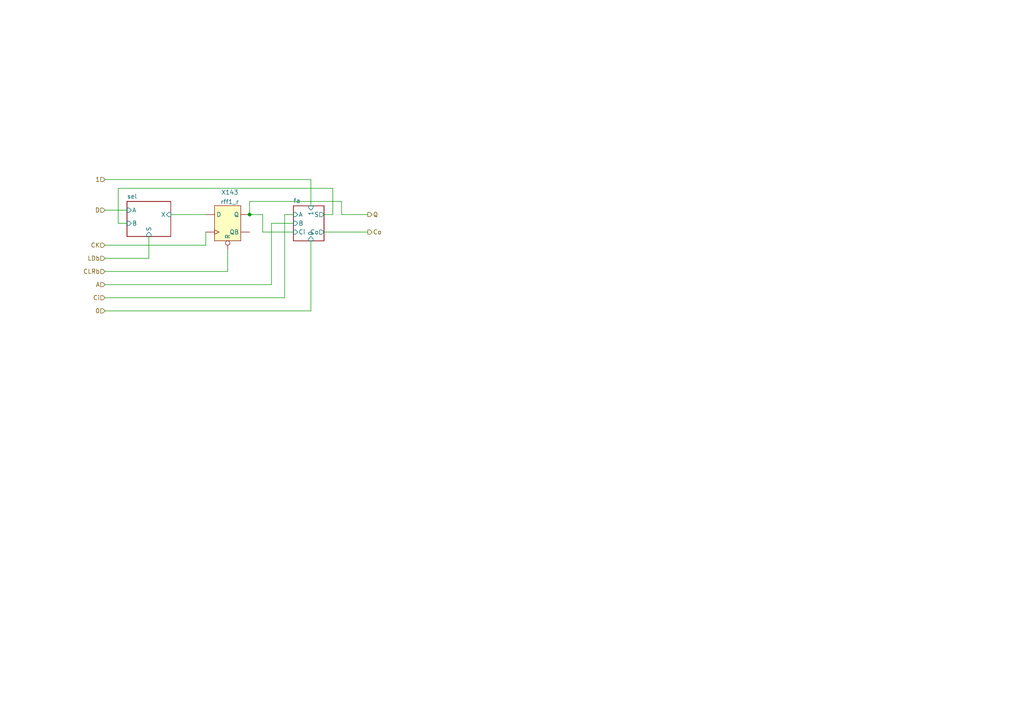
<source format=kicad_sch>
(kicad_sch (version 20211123) (generator eeschema)
  (paper "A4")
  (lib_symbols
    (symbol "OR1_SC:rff1_r"
      (property "Reference" "X" (at 0 6.35 0))
      (property "Value" "rff1_r" (at 3.81 -7.62 0))
      (symbol "rff1_r_0_1"
        (rectangle (start -3.81 5.08) (end 3.81 -5.08) (stroke (width 0.1524)) (fill (type background)))
      )
      (symbol "rff1_r_1_1"
        (pin input clock (at -6.35 -2.54 0) (length 2.54) (name "CK") (number ""))
        (pin input line (at -6.35 2.54 0) (length 2.54) (name "D") (number ""))
        (pin output line (at 6.35 2.54 180) (length 2.54) (name "Q") (number ""))
        (pin output line (at 6.35 -2.54 180) (length 2.54) (name "QB") (number ""))
        (pin input inverted (at 0 -7.62 90) (length 2.54) (name "R") (number ""))
        (pin power_in line (at 2.54 5.08 0) (length 2.54) hide (name "VDD") (number ""))
        (pin power_in line (at 2.54 -5.08 0) (length 2.54) hide (name "VSS") (number ""))
      )
    )
  )
  (junction (at 72.39 62.23))
  (wire (pts (xy 30.48 82.55) (xy 78.74 82.55)))
  (wire (pts (xy 96.52 62.23) (xy 93.98 62.23)))
  (wire (pts (xy 78.74 82.55) (xy 78.74 64.77)))
  (wire (pts (xy 72.39 58.42) (xy 99.06 58.42)))
  (wire (pts (xy 30.48 71.12) (xy 59.69 71.12)))
  (wire (pts (xy 30.48 86.36) (xy 82.55 86.36)))
  (wire (pts (xy 43.18 74.93) (xy 43.18 68.58)))
  (wire (pts (xy 59.69 71.12) (xy 59.69 67.31)))
  (wire (pts (xy 99.06 62.23) (xy 106.68 62.23)))
  (wire (pts (xy 90.17 90.17) (xy 90.17 69.85)))
  (wire (pts (xy 30.48 60.96) (xy 36.83 60.96)))
  (wire (pts (xy 34.29 64.77) (xy 36.83 64.77)))
  (wire (pts (xy 30.48 90.17) (xy 90.17 90.17)))
  (wire (pts (xy 34.29 54.61) (xy 96.52 54.61)))
  (wire (pts (xy 72.39 62.23) (xy 76.2 62.23)))
  (wire (pts (xy 30.48 52.07) (xy 90.17 52.07)))
  (wire (pts (xy 85.09 62.23) (xy 82.55 62.23)))
  (wire (pts (xy 93.98 67.31) (xy 106.68 67.31)))
  (wire (pts (xy 90.17 52.07) (xy 90.17 59.69)))
  (wire (pts (xy 30.48 78.74) (xy 66.04 78.74)))
  (wire (pts (xy 72.39 62.23) (xy 72.39 58.42)))
  (wire (pts (xy 49.53 62.23) (xy 59.69 62.23)))
  (wire (pts (xy 96.52 54.61) (xy 96.52 62.23)))
  (wire (pts (xy 66.04 78.74) (xy 66.04 72.39)))
  (wire (pts (xy 82.55 62.23) (xy 82.55 86.36)))
  (wire (pts (xy 34.29 54.61) (xy 34.29 64.77)))
  (wire (pts (xy 99.06 58.42) (xy 99.06 62.23)))
  (wire (pts (xy 76.2 62.23) (xy 76.2 67.31)))
  (wire (pts (xy 30.48 74.93) (xy 43.18 74.93)))
  (wire (pts (xy 76.2 67.31) (xy 85.09 67.31)))
  (wire (pts (xy 78.74 64.77) (xy 85.09 64.77)))
  (hierarchical_label "Q" (shape output) (at 106.68 62.23 0))
  (hierarchical_label "Co" (shape output) (at 106.68 67.31 0))
  (hierarchical_label "CLRb" (shape input) (at 30.48 78.74 180))
  (hierarchical_label "D" (shape input) (at 30.48 60.96 180))
  (hierarchical_label "0" (shape input) (at 30.48 90.17 180))
  (hierarchical_label "LDb" (shape input) (at 30.48 74.93 180))
  (hierarchical_label "1" (shape input) (at 30.48 52.07 180))
  (hierarchical_label "CK" (shape input) (at 30.48 71.12 180))
  (hierarchical_label "A" (shape input) (at 30.48 82.55 180))
  (hierarchical_label "Ci" (shape input) (at 30.48 86.36 180))
  (symbol (lib_id "OR1_SC:rff1_r") (at 66.04 64.77 0)
    (property "Reference" "X143" (at 66.6369 55.7743 0))
    (property "Value" "rff1_r" (at 66.6369 58.5494 0))
  )
  (sheet (at 36.83 58.42) (size 12.7 10.16) (stroke (width 0.1524))
    (property "Sheet name" "sel" (at 36.83 57.7084 0) (effects (justify left bottom)))
    (property "Sheet file" "sel.kicad_sch" (effects hide))
    (pin "S" input (at 43.18 68.58 270))
    (pin "A" input (at 36.83 60.96 180))
    (pin "B" input (at 36.83 64.77 180))
    (pin "X" input (at 49.53 62.23 0))
  )
  (sheet (at 85.09 59.69) (size 8.89 10.16) (stroke (width 0.1524))
    (property "Sheet name" "fa" (at 85.09 58.9784 0) (effects (justify left bottom)))
    (property "Sheet file" "fa.kicad_sch" (effects hide))
    (pin "Ci" input (at 85.09 67.31 180))
    (pin "1" input (at 90.17 59.69 90))
    (pin "S" output (at 93.98 62.23 0))
    (pin "Co" output (at 93.98 67.31 0))
    (pin "0" input (at 90.17 69.85 270))
    (pin "B" input (at 85.09 64.77 180))
    (pin "A" input (at 85.09 62.23 180))
  )
)
</source>
